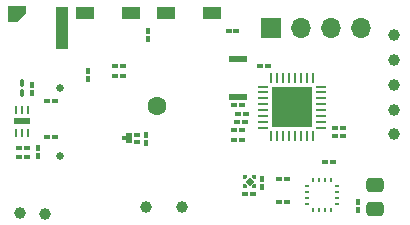
<source format=gbr>
%TF.GenerationSoftware,KiCad,Pcbnew,8.0.0*%
%TF.CreationDate,2024-03-12T22:02:49+01:00*%
%TF.ProjectId,projet s6,70726f6a-6574-4207-9336-2e6b69636164,rev?*%
%TF.SameCoordinates,Original*%
%TF.FileFunction,Soldermask,Top*%
%TF.FilePolarity,Negative*%
%FSLAX46Y46*%
G04 Gerber Fmt 4.6, Leading zero omitted, Abs format (unit mm)*
G04 Created by KiCad (PCBNEW 8.0.0) date 2024-03-12 22:02:49*
%MOMM*%
%LPD*%
G01*
G04 APERTURE LIST*
G04 Aperture macros list*
%AMRoundRect*
0 Rectangle with rounded corners*
0 $1 Rounding radius*
0 $2 $3 $4 $5 $6 $7 $8 $9 X,Y pos of 4 corners*
0 Add a 4 corners polygon primitive as box body*
4,1,4,$2,$3,$4,$5,$6,$7,$8,$9,$2,$3,0*
0 Add four circle primitives for the rounded corners*
1,1,$1+$1,$2,$3*
1,1,$1+$1,$4,$5*
1,1,$1+$1,$6,$7*
1,1,$1+$1,$8,$9*
0 Add four rect primitives between the rounded corners*
20,1,$1+$1,$2,$3,$4,$5,0*
20,1,$1+$1,$4,$5,$6,$7,0*
20,1,$1+$1,$6,$7,$8,$9,0*
20,1,$1+$1,$8,$9,$2,$3,0*%
%AMRotRect*
0 Rectangle, with rotation*
0 The origin of the aperture is its center*
0 $1 length*
0 $2 width*
0 $3 Rotation angle, in degrees counterclockwise*
0 Add horizontal line*
21,1,$1,$2,0,0,$3*%
%AMOutline4P*
0 Free polygon, 4 corners , with rotation*
0 The origin of the aperture is its center*
0 number of corners: always 4*
0 $1 to $8 corner X, Y*
0 $9 Rotation angle, in degrees counterclockwise*
0 create outline with 4 corners*
4,1,4,$1,$2,$3,$4,$5,$6,$7,$8,$1,$2,$9*%
%AMOutline5P*
0 Free polygon, 5 corners , with rotation*
0 The origin of the aperture is its center*
0 number of corners: always 5*
0 $1 to $10 corner X, Y*
0 $11 Rotation angle, in degrees counterclockwise*
0 create outline with 5 corners*
4,1,5,$1,$2,$3,$4,$5,$6,$7,$8,$9,$10,$1,$2,$11*%
%AMOutline6P*
0 Free polygon, 6 corners , with rotation*
0 The origin of the aperture is its center*
0 number of corners: always 6*
0 $1 to $12 corner X, Y*
0 $13 Rotation angle, in degrees counterclockwise*
0 create outline with 6 corners*
4,1,6,$1,$2,$3,$4,$5,$6,$7,$8,$9,$10,$11,$12,$1,$2,$13*%
%AMOutline7P*
0 Free polygon, 7 corners , with rotation*
0 The origin of the aperture is its center*
0 number of corners: always 7*
0 $1 to $14 corner X, Y*
0 $15 Rotation angle, in degrees counterclockwise*
0 create outline with 7 corners*
4,1,7,$1,$2,$3,$4,$5,$6,$7,$8,$9,$10,$11,$12,$13,$14,$1,$2,$15*%
%AMOutline8P*
0 Free polygon, 8 corners , with rotation*
0 The origin of the aperture is its center*
0 number of corners: always 8*
0 $1 to $16 corner X, Y*
0 $17 Rotation angle, in degrees counterclockwise*
0 create outline with 8 corners*
4,1,8,$1,$2,$3,$4,$5,$6,$7,$8,$9,$10,$11,$12,$13,$14,$15,$16,$1,$2,$17*%
G04 Aperture macros list end*
%ADD10R,0.325000X0.250000*%
%ADD11R,0.250000X0.325000*%
%ADD12Outline5P,-0.207500X0.150000X0.057500X0.150000X0.207500X0.000000X0.207500X-0.150000X-0.207500X-0.150000X180.000000*%
%ADD13Outline5P,-0.207500X0.150000X0.207500X0.150000X0.207500X0.000000X0.057500X-0.150000X-0.207500X-0.150000X180.000000*%
%ADD14RotRect,0.500000X0.500000X225.000000*%
%ADD15Outline5P,-0.207500X0.150000X0.207500X0.150000X0.207500X-0.150000X-0.057500X-0.150000X-0.207500X0.000000X180.000000*%
%ADD16Outline5P,-0.207500X0.000000X-0.057500X0.150000X0.207500X0.150000X0.207500X-0.150000X-0.207500X-0.150000X180.000000*%
%ADD17RoundRect,0.075000X-0.212500X-0.075000X0.212500X-0.075000X0.212500X0.075000X-0.212500X0.075000X0*%
%ADD18R,1.700000X1.700000*%
%ADD19O,1.700000X1.700000*%
%ADD20RoundRect,0.075000X0.212500X0.075000X-0.212500X0.075000X-0.212500X-0.075000X0.212500X-0.075000X0*%
%ADD21RoundRect,0.075000X0.075000X-0.212500X0.075000X0.212500X-0.075000X0.212500X-0.075000X-0.212500X0*%
%ADD22RoundRect,0.062500X-0.375000X-0.062500X0.375000X-0.062500X0.375000X0.062500X-0.375000X0.062500X0*%
%ADD23RoundRect,0.062500X-0.062500X-0.375000X0.062500X-0.375000X0.062500X0.375000X-0.062500X0.375000X0*%
%ADD24R,3.450000X3.450000*%
%ADD25C,1.000000*%
%ADD26RoundRect,0.075000X-0.075000X0.212500X-0.075000X-0.212500X0.075000X-0.212500X0.075000X0.212500X0*%
%ADD27RoundRect,0.100000X0.100000X-0.217500X0.100000X0.217500X-0.100000X0.217500X-0.100000X-0.217500X0*%
%ADD28R,0.250000X0.799999*%
%ADD29R,1.420000X0.610000*%
%ADD30Outline5P,-0.650000X0.750000X0.650000X0.750000X0.650000X-0.750000X0.000000X-0.750000X-0.650000X-0.100000X90.000000*%
%ADD31R,1.100000X3.600000*%
%ADD32RoundRect,0.250000X-0.475000X0.337500X-0.475000X-0.337500X0.475000X-0.337500X0.475000X0.337500X0*%
%ADD33R,0.500000X0.350000*%
%ADD34R,0.340000X0.330000*%
%ADD35Outline4P,-0.450000X-0.220000X0.450000X-0.220000X0.450000X0.220000X-0.450000X0.220000X90.000000*%
%ADD36R,1.500000X0.550000*%
%ADD37R,1.650000X1.050000*%
%ADD38C,1.600000*%
%ADD39C,0.650000*%
G04 APERTURE END LIST*
D10*
%TO.C,IC1*%
X199257000Y-80630000D03*
X199257000Y-81130000D03*
X199257000Y-81630000D03*
X199257000Y-82130000D03*
D11*
X199770000Y-82643000D03*
X200270000Y-82643000D03*
X200770000Y-82643000D03*
X201270000Y-82643000D03*
D10*
X201783000Y-82130000D03*
X201783000Y-81630000D03*
X201783000Y-81130000D03*
X201783000Y-80630000D03*
D11*
X201270000Y-80117000D03*
X200770000Y-80117000D03*
X200270000Y-80117000D03*
X199770000Y-80117000D03*
%TD*%
D12*
%TO.C,U3*%
X194752500Y-79875000D03*
D13*
X194752500Y-80585000D03*
D14*
X194360000Y-80230000D03*
D15*
X193967500Y-80585000D03*
D16*
X193967500Y-79875000D03*
%TD*%
D17*
%TO.C,C14*%
X193932500Y-81260000D03*
X194607500Y-81260000D03*
%TD*%
D18*
%TO.C,J2*%
X196150000Y-67250000D03*
D19*
X198690000Y-67250000D03*
X201230000Y-67250000D03*
X203770000Y-67250000D03*
%TD*%
D20*
%TO.C,R9*%
X197487500Y-80030000D03*
X196812500Y-80030000D03*
%TD*%
D21*
%TO.C,R1*%
X176440000Y-78037500D03*
X176440000Y-77362500D03*
%TD*%
D22*
%TO.C,U1*%
X195512500Y-72180000D03*
X195512500Y-72680000D03*
X195512500Y-73180000D03*
X195512500Y-73680000D03*
X195512500Y-74180000D03*
X195512500Y-74680000D03*
X195512500Y-75180000D03*
X195512500Y-75680000D03*
D23*
X196200000Y-76367500D03*
X196700000Y-76367500D03*
X197200000Y-76367500D03*
X197700000Y-76367500D03*
X198200000Y-76367500D03*
X198700000Y-76367500D03*
X199200000Y-76367500D03*
X199700000Y-76367500D03*
D22*
X200387500Y-75680000D03*
X200387500Y-75180000D03*
X200387500Y-74680000D03*
X200387500Y-74180000D03*
X200387500Y-73680000D03*
X200387500Y-73180000D03*
X200387500Y-72680000D03*
X200387500Y-72180000D03*
D23*
X199700000Y-71492500D03*
X199200000Y-71492500D03*
X198700000Y-71492500D03*
X198200000Y-71492500D03*
X197700000Y-71492500D03*
X197200000Y-71492500D03*
X196700000Y-71492500D03*
X196200000Y-71492500D03*
D24*
X197950000Y-73930000D03*
%TD*%
D25*
%TO.C,TP5*%
X174910000Y-82900000D03*
%TD*%
%TO.C,TP9*%
X206550000Y-74140000D03*
%TD*%
D20*
%TO.C,C3*%
X202267500Y-75680000D03*
X201592500Y-75680000D03*
%TD*%
%TO.C,R4*%
X177877500Y-73420000D03*
X177202500Y-73420000D03*
%TD*%
%TO.C,R7*%
X193697500Y-76730000D03*
X193022500Y-76730000D03*
%TD*%
D26*
%TO.C,C15*%
X195420000Y-80002500D03*
X195420000Y-80677500D03*
%TD*%
D25*
%TO.C,TP11*%
X206570000Y-72030000D03*
%TD*%
%TO.C,TP7*%
X206570000Y-76240000D03*
%TD*%
D20*
%TO.C,R8*%
X201447500Y-78530000D03*
X200772500Y-78530000D03*
%TD*%
D27*
%TO.C,D1*%
X175110000Y-72737500D03*
X175110000Y-71922500D03*
%TD*%
D17*
%TO.C,C1*%
X174862500Y-77410000D03*
X175537500Y-77410000D03*
%TD*%
%TO.C,R6*%
X193042500Y-75880000D03*
X193717500Y-75880000D03*
%TD*%
D25*
%TO.C,TP8*%
X206590000Y-67840000D03*
%TD*%
D17*
%TO.C,C9*%
X182962500Y-71290000D03*
X183637500Y-71290000D03*
%TD*%
D21*
%TO.C,C10*%
X180670000Y-71527500D03*
X180670000Y-70852500D03*
%TD*%
D20*
%TO.C,C12*%
X197497500Y-81940000D03*
X196822500Y-81940000D03*
%TD*%
%TO.C,R5*%
X177877500Y-76440000D03*
X177202500Y-76440000D03*
%TD*%
D28*
%TO.C,U2*%
X175620000Y-74179998D03*
X175120001Y-74179998D03*
X174620002Y-74179998D03*
X174620002Y-76080000D03*
X175120001Y-76080000D03*
X175620000Y-76080000D03*
D29*
X175120001Y-75129999D03*
%TD*%
D26*
%TO.C,R10*%
X185750000Y-67445000D03*
X185750000Y-68120000D03*
%TD*%
D20*
%TO.C,R2*%
X175525000Y-78130000D03*
X174850000Y-78130000D03*
%TD*%
D25*
%TO.C,TP1*%
X177040000Y-82950000D03*
%TD*%
D21*
%TO.C,R3*%
X175910000Y-72707500D03*
X175910000Y-72032500D03*
%TD*%
D30*
%TO.C,BT1*%
X174705000Y-66039012D03*
D31*
X178495000Y-67189012D03*
%TD*%
D17*
%TO.C,R11*%
X192575000Y-67450000D03*
X193250000Y-67450000D03*
%TD*%
D25*
%TO.C,TP10*%
X206610000Y-69910000D03*
%TD*%
D32*
%TO.C,C13*%
X204970000Y-80512500D03*
X204970000Y-82587500D03*
%TD*%
D20*
%TO.C,C4*%
X202257500Y-76350000D03*
X201582500Y-76350000D03*
%TD*%
D26*
%TO.C,R14*%
X185610000Y-76255000D03*
X185610000Y-76930000D03*
%TD*%
D17*
%TO.C,C2*%
X193342500Y-74470000D03*
X194017500Y-74470000D03*
%TD*%
D20*
%TO.C,C6*%
X195907500Y-70410000D03*
X195232500Y-70410000D03*
%TD*%
D33*
%TO.C,Q1*%
X184810000Y-76255000D03*
X184810000Y-76905000D03*
D34*
X183730000Y-76580000D03*
D35*
X184120000Y-76580000D03*
%TD*%
D17*
%TO.C,C5*%
X193332500Y-75180000D03*
X194007500Y-75180000D03*
%TD*%
%TO.C,C7*%
X193072500Y-73760000D03*
X193747500Y-73760000D03*
%TD*%
D36*
%TO.C,SW5*%
X193420000Y-69835000D03*
X193420000Y-73085000D03*
%TD*%
D17*
%TO.C,C8*%
X183002500Y-70470000D03*
X183677500Y-70470000D03*
%TD*%
D26*
%TO.C,C11*%
X203520000Y-81992500D03*
X203520000Y-82667500D03*
%TD*%
D37*
%TO.C,SW1*%
X187300000Y-65990000D03*
X191150000Y-65990000D03*
%TD*%
D38*
%TO.C,PA1010D1*%
X186490000Y-73850000D03*
%TD*%
D25*
%TO.C,SW6*%
X188615000Y-82417500D03*
X185615000Y-82417500D03*
%TD*%
D37*
%TO.C,SW2*%
X180450000Y-65940000D03*
X184300000Y-65940000D03*
%TD*%
D39*
%TO.C,J1*%
X178345000Y-78045000D03*
X178345000Y-72265000D03*
%TD*%
M02*

</source>
